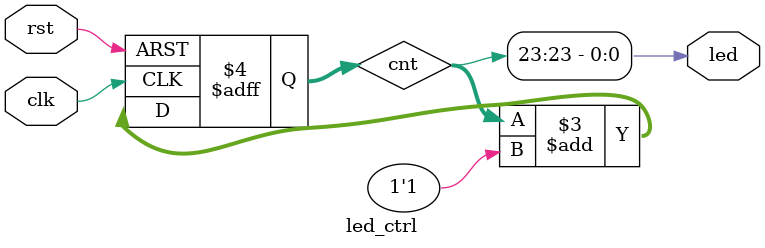
<source format=v>
`define cnt_msb 24

module led_ctrl(
	clk,
	rst,
	led
);

input clk;
input rst;

output led;

reg [`cnt_msb-1:0]cnt;

always@(posedge clk or negedge rst)
	if(!rst)
		cnt <= `cnt_msb'd0;
	else 
		cnt <= cnt + 1'b1;
		
assign led = cnt[`cnt_msb-1];	
	
endmodule

</source>
